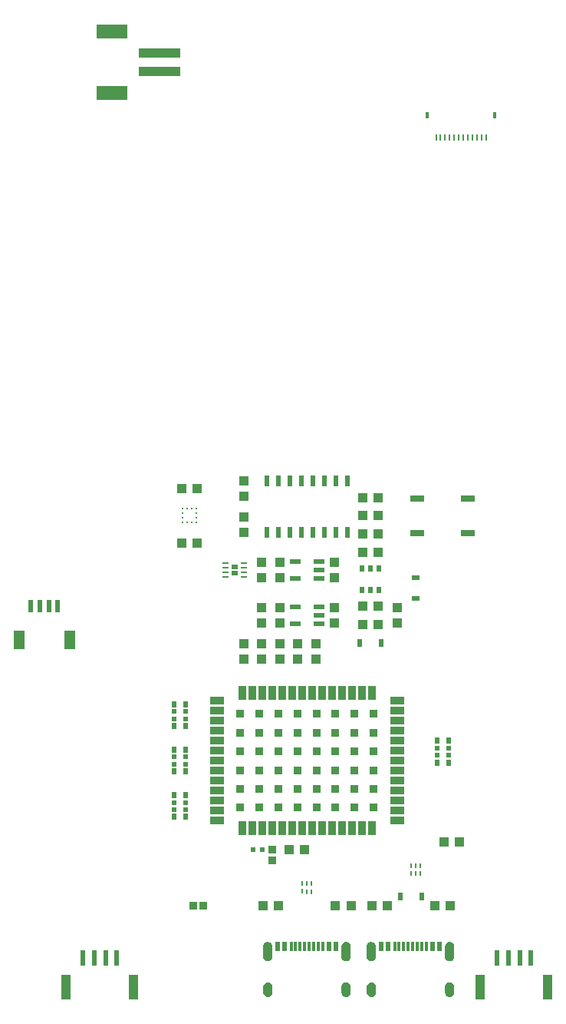
<source format=gtp>
G04 EAGLE Gerber RS-274X export*
G75*
%MOMM*%
%FSLAX34Y34*%
%LPD*%
%INSolderpaste Top*%
%IPPOS*%
%AMOC8*
5,1,8,0,0,1.08239X$1,22.5*%
G01*
%ADD10R,1.000000X1.100000*%
%ADD11R,1.200000X0.550000*%
%ADD12R,0.900000X0.850000*%
%ADD13R,1.100000X1.000000*%
%ADD14R,0.600000X0.600000*%
%ADD15R,0.850000X1.520000*%
%ADD16R,1.520000X0.850000*%
%ADD17R,0.900000X0.900000*%
%ADD18R,0.300000X1.000000*%
%ADD19R,0.600000X1.000000*%
%ADD20R,0.250000X0.610000*%
%ADD21R,0.250000X0.560000*%
%ADD22R,4.600000X1.000000*%
%ADD23R,3.400000X1.600000*%
%ADD24R,0.600000X1.700000*%
%ADD25R,1.000000X2.700000*%
%ADD26R,0.630000X0.830000*%
%ADD27R,0.637500X0.250000*%
%ADD28R,0.640000X0.500000*%
%ADD29R,1.200000X2.000000*%
%ADD30R,0.600000X1.350000*%
%ADD31R,0.600000X1.200000*%
%ADD32R,1.524000X0.762000*%
%ADD33R,0.550000X0.800000*%
%ADD34R,0.550000X0.500000*%
%ADD35R,0.830000X0.630000*%
%ADD36R,0.275000X0.250000*%
%ADD37R,0.250000X0.275000*%
%ADD38R,0.850000X0.900000*%
%ADD39R,0.400000X0.800000*%
%ADD40R,0.250000X0.650000*%

G36*
X507300Y39121D02*
X507300Y39121D01*
X507301Y39121D01*
X508369Y39140D01*
X508376Y39145D01*
X508380Y39141D01*
X509417Y39397D01*
X509422Y39404D01*
X509428Y39401D01*
X510382Y39882D01*
X510386Y39889D01*
X510391Y39888D01*
X511215Y40569D01*
X511216Y40577D01*
X511222Y40577D01*
X511873Y41424D01*
X511873Y41432D01*
X511879Y41433D01*
X512326Y42404D01*
X512324Y42412D01*
X512329Y42414D01*
X512548Y43460D01*
X512545Y43467D01*
X512549Y43470D01*
X512549Y55470D01*
X512546Y55475D01*
X512549Y55478D01*
X512369Y56573D01*
X512363Y56579D01*
X512366Y56584D01*
X511947Y57612D01*
X511940Y57616D01*
X511942Y57621D01*
X511305Y58530D01*
X511297Y58533D01*
X511297Y58538D01*
X510474Y59282D01*
X510466Y59283D01*
X510465Y59289D01*
X509497Y59831D01*
X509488Y59830D01*
X509486Y59836D01*
X508422Y60149D01*
X508417Y60147D01*
X508413Y60147D01*
X508411Y60151D01*
X507303Y60219D01*
X507297Y60215D01*
X507293Y60219D01*
X506185Y60049D01*
X506179Y60043D01*
X506174Y60046D01*
X505132Y59634D01*
X505128Y59627D01*
X505123Y59629D01*
X504198Y58995D01*
X504196Y58987D01*
X504190Y58988D01*
X503430Y58165D01*
X503429Y58156D01*
X503423Y58156D01*
X502866Y57184D01*
X502867Y57176D01*
X502861Y57174D01*
X502534Y56102D01*
X502537Y56094D01*
X502532Y56091D01*
X502451Y54974D01*
X502452Y54971D01*
X502451Y54970D01*
X502451Y42970D01*
X502456Y42963D01*
X502452Y42959D01*
X502671Y42015D01*
X502677Y42009D01*
X502675Y42004D01*
X503099Y41132D01*
X503106Y41129D01*
X503104Y41123D01*
X503711Y40367D01*
X503719Y40365D01*
X503719Y40359D01*
X504479Y39758D01*
X504488Y39758D01*
X504489Y39752D01*
X505364Y39334D01*
X505372Y39336D01*
X505374Y39331D01*
X506320Y39119D01*
X506327Y39122D01*
X506331Y39117D01*
X507300Y39121D01*
G37*
G36*
X393000Y39121D02*
X393000Y39121D01*
X393001Y39121D01*
X394069Y39140D01*
X394076Y39145D01*
X394080Y39141D01*
X395117Y39397D01*
X395122Y39404D01*
X395128Y39401D01*
X396082Y39882D01*
X396086Y39889D01*
X396091Y39888D01*
X396915Y40569D01*
X396916Y40577D01*
X396922Y40577D01*
X397573Y41424D01*
X397573Y41432D01*
X397579Y41433D01*
X398026Y42404D01*
X398024Y42412D01*
X398029Y42414D01*
X398248Y43460D01*
X398245Y43467D01*
X398249Y43470D01*
X398249Y55470D01*
X398246Y55475D01*
X398249Y55478D01*
X398069Y56573D01*
X398063Y56579D01*
X398066Y56584D01*
X397647Y57612D01*
X397640Y57616D01*
X397642Y57621D01*
X397005Y58530D01*
X396997Y58533D01*
X396997Y58538D01*
X396174Y59282D01*
X396166Y59283D01*
X396165Y59289D01*
X395197Y59831D01*
X395188Y59830D01*
X395186Y59836D01*
X394122Y60149D01*
X394117Y60147D01*
X394113Y60147D01*
X394111Y60151D01*
X393003Y60219D01*
X392997Y60215D01*
X392993Y60219D01*
X391885Y60049D01*
X391879Y60043D01*
X391874Y60046D01*
X390832Y59634D01*
X390828Y59627D01*
X390823Y59629D01*
X389898Y58995D01*
X389896Y58987D01*
X389890Y58988D01*
X389130Y58165D01*
X389129Y58156D01*
X389123Y58156D01*
X388566Y57184D01*
X388567Y57176D01*
X388561Y57174D01*
X388234Y56102D01*
X388237Y56094D01*
X388232Y56091D01*
X388151Y54974D01*
X388152Y54971D01*
X388151Y54970D01*
X388151Y42970D01*
X388156Y42963D01*
X388152Y42959D01*
X388371Y42015D01*
X388377Y42009D01*
X388375Y42004D01*
X388799Y41132D01*
X388806Y41129D01*
X388804Y41123D01*
X389411Y40367D01*
X389419Y40365D01*
X389419Y40359D01*
X390179Y39758D01*
X390188Y39758D01*
X390189Y39752D01*
X391064Y39334D01*
X391072Y39336D01*
X391074Y39331D01*
X392020Y39119D01*
X392027Y39122D01*
X392031Y39117D01*
X393000Y39121D01*
G37*
G36*
X307581Y39130D02*
X307581Y39130D01*
X307588Y39135D01*
X307592Y39131D01*
X308644Y39381D01*
X308649Y39387D01*
X308654Y39384D01*
X309624Y39861D01*
X309627Y39869D01*
X309633Y39867D01*
X310472Y40548D01*
X310474Y40556D01*
X310480Y40556D01*
X311146Y41407D01*
X311147Y41415D01*
X311152Y41416D01*
X311613Y42393D01*
X311611Y42401D01*
X311617Y42404D01*
X311848Y43459D01*
X311845Y43467D01*
X311849Y43470D01*
X311849Y55470D01*
X311845Y55475D01*
X311849Y55478D01*
X311656Y56584D01*
X311650Y56589D01*
X311653Y56594D01*
X311220Y57629D01*
X311213Y57633D01*
X311215Y57638D01*
X310562Y58551D01*
X310554Y58553D01*
X310555Y58559D01*
X309716Y59303D01*
X309707Y59304D01*
X309707Y59309D01*
X308723Y59848D01*
X308715Y59847D01*
X308713Y59852D01*
X307634Y60159D01*
X307626Y60156D01*
X307623Y60161D01*
X306503Y60219D01*
X306498Y60216D01*
X306495Y60219D01*
X305449Y60101D01*
X305443Y60095D01*
X305438Y60099D01*
X304444Y59751D01*
X304440Y59744D01*
X304435Y59746D01*
X303543Y59186D01*
X303541Y59179D01*
X303535Y59179D01*
X302791Y58435D01*
X302789Y58427D01*
X302784Y58427D01*
X302224Y57535D01*
X302224Y57527D01*
X302219Y57526D01*
X301871Y56532D01*
X301874Y56524D01*
X301869Y56521D01*
X301751Y55476D01*
X301753Y55472D01*
X301751Y55470D01*
X301751Y43470D01*
X301754Y43465D01*
X301751Y43462D01*
X301909Y42466D01*
X301915Y42460D01*
X301912Y42455D01*
X302287Y41519D01*
X302294Y41515D01*
X302292Y41509D01*
X302866Y40680D01*
X302874Y40677D01*
X302873Y40672D01*
X303617Y39991D01*
X303626Y39990D01*
X303626Y39984D01*
X304503Y39486D01*
X304512Y39487D01*
X304514Y39482D01*
X305479Y39191D01*
X305487Y39194D01*
X305490Y39189D01*
X306497Y39121D01*
X306499Y39122D01*
X306500Y39121D01*
X307581Y39130D01*
G37*
G36*
X421881Y39130D02*
X421881Y39130D01*
X421888Y39135D01*
X421892Y39131D01*
X422944Y39381D01*
X422949Y39387D01*
X422954Y39384D01*
X423924Y39861D01*
X423927Y39869D01*
X423933Y39867D01*
X424772Y40548D01*
X424774Y40556D01*
X424780Y40556D01*
X425446Y41407D01*
X425447Y41415D01*
X425452Y41416D01*
X425913Y42393D01*
X425911Y42401D01*
X425917Y42404D01*
X426148Y43459D01*
X426145Y43467D01*
X426149Y43470D01*
X426149Y55470D01*
X426145Y55475D01*
X426149Y55478D01*
X425956Y56584D01*
X425950Y56589D01*
X425953Y56594D01*
X425520Y57629D01*
X425513Y57633D01*
X425515Y57638D01*
X424862Y58551D01*
X424854Y58553D01*
X424855Y58559D01*
X424016Y59303D01*
X424007Y59304D01*
X424007Y59309D01*
X423023Y59848D01*
X423015Y59847D01*
X423013Y59852D01*
X421934Y60159D01*
X421926Y60156D01*
X421923Y60161D01*
X420803Y60219D01*
X420798Y60216D01*
X420795Y60219D01*
X419749Y60101D01*
X419743Y60095D01*
X419738Y60099D01*
X418744Y59751D01*
X418740Y59744D01*
X418735Y59746D01*
X417843Y59186D01*
X417841Y59179D01*
X417835Y59179D01*
X417091Y58435D01*
X417089Y58427D01*
X417084Y58427D01*
X416524Y57535D01*
X416524Y57527D01*
X416519Y57526D01*
X416171Y56532D01*
X416174Y56524D01*
X416169Y56521D01*
X416051Y55476D01*
X416053Y55472D01*
X416051Y55470D01*
X416051Y43470D01*
X416054Y43465D01*
X416051Y43462D01*
X416209Y42466D01*
X416215Y42460D01*
X416212Y42455D01*
X416587Y41519D01*
X416594Y41515D01*
X416592Y41509D01*
X417166Y40680D01*
X417174Y40677D01*
X417173Y40672D01*
X417917Y39991D01*
X417926Y39990D01*
X417926Y39984D01*
X418803Y39486D01*
X418812Y39487D01*
X418814Y39482D01*
X419779Y39191D01*
X419787Y39194D01*
X419790Y39189D01*
X420797Y39121D01*
X420799Y39122D01*
X420800Y39121D01*
X421881Y39130D01*
G37*
G36*
X507804Y-376D02*
X507804Y-376D01*
X507807Y-379D01*
X508883Y-224D01*
X508888Y-218D01*
X508893Y-221D01*
X509907Y169D01*
X509911Y176D01*
X509917Y175D01*
X510819Y781D01*
X510821Y789D01*
X510827Y788D01*
X511571Y1580D01*
X511572Y1588D01*
X511578Y1588D01*
X512127Y2526D01*
X512126Y2534D01*
X512132Y2536D01*
X512459Y3572D01*
X512456Y3580D01*
X512461Y3583D01*
X512549Y4666D01*
X512547Y4669D01*
X512549Y4670D01*
X512549Y10670D01*
X512546Y10674D01*
X512549Y10676D01*
X512399Y11809D01*
X512393Y11815D01*
X512396Y11820D01*
X511998Y12890D01*
X511991Y12894D01*
X511993Y12900D01*
X511366Y13855D01*
X511358Y13858D01*
X511359Y13863D01*
X510536Y14655D01*
X510528Y14656D01*
X510527Y14662D01*
X509548Y15251D01*
X509540Y15250D01*
X509538Y15255D01*
X508453Y15611D01*
X508445Y15609D01*
X508442Y15613D01*
X507305Y15719D01*
X507296Y15714D01*
X507291Y15718D01*
X506154Y15511D01*
X506148Y15505D01*
X506143Y15508D01*
X505081Y15053D01*
X505077Y15046D01*
X505071Y15048D01*
X504136Y14368D01*
X504134Y14360D01*
X504128Y14361D01*
X503368Y13490D01*
X503368Y13482D01*
X503362Y13481D01*
X502815Y12462D01*
X502816Y12454D01*
X502811Y12452D01*
X502807Y12439D01*
X502794Y12390D01*
X502793Y12390D01*
X502794Y12390D01*
X502780Y12341D01*
X502766Y12291D01*
X502753Y12242D01*
X502739Y12193D01*
X502726Y12144D01*
X502712Y12094D01*
X502699Y12045D01*
X502685Y11996D01*
X502671Y11947D01*
X502658Y11897D01*
X502644Y11848D01*
X502631Y11799D01*
X502617Y11750D01*
X502604Y11700D01*
X502590Y11651D01*
X502577Y11602D01*
X502576Y11602D01*
X502563Y11553D01*
X502549Y11503D01*
X502504Y11338D01*
X502507Y11330D01*
X502502Y11327D01*
X502451Y10172D01*
X502452Y10171D01*
X502451Y10170D01*
X502451Y4170D01*
X502455Y4164D01*
X502452Y4161D01*
X502664Y3080D01*
X502670Y3075D01*
X502667Y3070D01*
X503114Y2064D01*
X503121Y2060D01*
X503119Y2054D01*
X503779Y1173D01*
X503787Y1170D01*
X503787Y1165D01*
X504626Y452D01*
X504634Y452D01*
X504635Y446D01*
X505612Y-62D01*
X505620Y-61D01*
X505622Y-66D01*
X506687Y-344D01*
X506695Y-341D01*
X506698Y-345D01*
X507799Y-379D01*
X507804Y-376D01*
G37*
G36*
X393504Y-376D02*
X393504Y-376D01*
X393507Y-379D01*
X394583Y-224D01*
X394588Y-218D01*
X394593Y-221D01*
X395607Y169D01*
X395611Y176D01*
X395617Y175D01*
X396519Y781D01*
X396521Y789D01*
X396527Y788D01*
X397271Y1580D01*
X397272Y1588D01*
X397278Y1588D01*
X397827Y2526D01*
X397826Y2534D01*
X397832Y2536D01*
X398159Y3572D01*
X398156Y3580D01*
X398161Y3583D01*
X398249Y4666D01*
X398247Y4669D01*
X398249Y4670D01*
X398249Y10670D01*
X398246Y10674D01*
X398249Y10676D01*
X398099Y11809D01*
X398093Y11815D01*
X398096Y11820D01*
X397698Y12890D01*
X397691Y12894D01*
X397693Y12900D01*
X397066Y13855D01*
X397058Y13858D01*
X397059Y13863D01*
X396236Y14655D01*
X396228Y14656D01*
X396227Y14662D01*
X395248Y15251D01*
X395240Y15250D01*
X395238Y15255D01*
X394153Y15611D01*
X394145Y15609D01*
X394142Y15613D01*
X393005Y15719D01*
X392996Y15714D01*
X392991Y15718D01*
X391854Y15511D01*
X391848Y15505D01*
X391843Y15508D01*
X390781Y15053D01*
X390777Y15046D01*
X390771Y15048D01*
X389836Y14368D01*
X389834Y14360D01*
X389828Y14361D01*
X389068Y13490D01*
X389068Y13482D01*
X389062Y13481D01*
X388515Y12462D01*
X388516Y12454D01*
X388511Y12452D01*
X388507Y12439D01*
X388494Y12390D01*
X388493Y12390D01*
X388494Y12390D01*
X388480Y12341D01*
X388466Y12291D01*
X388453Y12242D01*
X388439Y12193D01*
X388426Y12144D01*
X388412Y12094D01*
X388399Y12045D01*
X388385Y11996D01*
X388371Y11947D01*
X388358Y11897D01*
X388344Y11848D01*
X388331Y11799D01*
X388317Y11750D01*
X388304Y11700D01*
X388290Y11651D01*
X388277Y11602D01*
X388276Y11602D01*
X388263Y11553D01*
X388249Y11503D01*
X388204Y11338D01*
X388207Y11330D01*
X388202Y11327D01*
X388151Y10172D01*
X388152Y10171D01*
X388151Y10170D01*
X388151Y4170D01*
X388155Y4164D01*
X388152Y4161D01*
X388364Y3080D01*
X388370Y3075D01*
X388367Y3070D01*
X388814Y2064D01*
X388821Y2060D01*
X388819Y2054D01*
X389479Y1173D01*
X389487Y1170D01*
X389487Y1165D01*
X390326Y452D01*
X390334Y452D01*
X390335Y446D01*
X391312Y-62D01*
X391320Y-61D01*
X391322Y-66D01*
X392387Y-344D01*
X392395Y-341D01*
X392398Y-345D01*
X393499Y-379D01*
X393504Y-376D01*
G37*
G36*
X307002Y-375D02*
X307002Y-375D01*
X307007Y-379D01*
X308094Y-234D01*
X308100Y-228D01*
X308105Y-231D01*
X309133Y153D01*
X309138Y159D01*
X309143Y158D01*
X310060Y760D01*
X310063Y768D01*
X310069Y767D01*
X310829Y1559D01*
X310830Y1567D01*
X310836Y1568D01*
X311400Y2509D01*
X311400Y2512D01*
X311401Y2513D01*
X311400Y2515D01*
X311399Y2517D01*
X311405Y2519D01*
X311746Y3562D01*
X311744Y3570D01*
X311748Y3573D01*
X311849Y4666D01*
X311847Y4668D01*
X311849Y4670D01*
X311849Y10670D01*
X311847Y10673D01*
X311849Y10675D01*
X311748Y11767D01*
X311743Y11773D01*
X311746Y11778D01*
X311405Y12821D01*
X311398Y12826D01*
X311400Y12831D01*
X310836Y13772D01*
X310828Y13775D01*
X310829Y13781D01*
X310069Y14573D01*
X310061Y14574D01*
X310060Y14580D01*
X309143Y15183D01*
X309135Y15182D01*
X309133Y15188D01*
X308105Y15571D01*
X308097Y15569D01*
X308094Y15574D01*
X307007Y15719D01*
X306999Y15715D01*
X306995Y15719D01*
X305858Y15613D01*
X305852Y15608D01*
X305847Y15611D01*
X304762Y15255D01*
X304757Y15248D01*
X304752Y15251D01*
X303773Y14662D01*
X303770Y14654D01*
X303764Y14655D01*
X302941Y13863D01*
X302940Y13855D01*
X302934Y13855D01*
X302307Y12900D01*
X302308Y12892D01*
X302302Y12890D01*
X301904Y11820D01*
X301906Y11812D01*
X301901Y11809D01*
X301751Y10676D01*
X301754Y10672D01*
X301751Y10670D01*
X301751Y4670D01*
X301754Y4666D01*
X301751Y4664D01*
X301901Y3531D01*
X301907Y3525D01*
X301904Y3520D01*
X302302Y2450D01*
X302309Y2446D01*
X302307Y2440D01*
X302934Y1485D01*
X302942Y1482D01*
X302941Y1477D01*
X303764Y685D01*
X303772Y684D01*
X303773Y678D01*
X304752Y89D01*
X304760Y90D01*
X304762Y85D01*
X305847Y-271D01*
X305855Y-269D01*
X305858Y-273D01*
X306995Y-379D01*
X307002Y-375D01*
G37*
G36*
X421302Y-375D02*
X421302Y-375D01*
X421307Y-379D01*
X422394Y-234D01*
X422400Y-228D01*
X422405Y-231D01*
X423433Y153D01*
X423438Y159D01*
X423443Y158D01*
X424360Y760D01*
X424363Y768D01*
X424369Y767D01*
X425129Y1559D01*
X425130Y1567D01*
X425136Y1568D01*
X425700Y2509D01*
X425700Y2512D01*
X425701Y2513D01*
X425700Y2515D01*
X425699Y2517D01*
X425705Y2519D01*
X426046Y3562D01*
X426044Y3570D01*
X426048Y3573D01*
X426149Y4666D01*
X426147Y4668D01*
X426149Y4670D01*
X426149Y10670D01*
X426147Y10673D01*
X426149Y10675D01*
X426048Y11767D01*
X426043Y11773D01*
X426046Y11778D01*
X425705Y12821D01*
X425698Y12826D01*
X425700Y12831D01*
X425136Y13772D01*
X425128Y13775D01*
X425129Y13781D01*
X424369Y14573D01*
X424361Y14574D01*
X424360Y14580D01*
X423443Y15183D01*
X423435Y15182D01*
X423433Y15188D01*
X422405Y15571D01*
X422397Y15569D01*
X422394Y15574D01*
X421307Y15719D01*
X421299Y15715D01*
X421295Y15719D01*
X420158Y15613D01*
X420152Y15608D01*
X420147Y15611D01*
X419062Y15255D01*
X419057Y15248D01*
X419052Y15251D01*
X418073Y14662D01*
X418070Y14654D01*
X418064Y14655D01*
X417241Y13863D01*
X417240Y13855D01*
X417234Y13855D01*
X416607Y12900D01*
X416608Y12892D01*
X416602Y12890D01*
X416204Y11820D01*
X416206Y11812D01*
X416201Y11809D01*
X416051Y10676D01*
X416054Y10672D01*
X416051Y10670D01*
X416051Y4670D01*
X416054Y4666D01*
X416051Y4664D01*
X416201Y3531D01*
X416207Y3525D01*
X416204Y3520D01*
X416602Y2450D01*
X416609Y2446D01*
X416607Y2440D01*
X417234Y1485D01*
X417242Y1482D01*
X417241Y1477D01*
X418064Y685D01*
X418072Y684D01*
X418073Y678D01*
X419052Y89D01*
X419060Y90D01*
X419062Y85D01*
X420147Y-271D01*
X420155Y-269D01*
X420158Y-273D01*
X421295Y-379D01*
X421302Y-375D01*
G37*
D10*
X320000Y411500D03*
X320000Y428500D03*
X300000Y428500D03*
X300000Y411500D03*
D11*
X363001Y410500D03*
X363001Y420000D03*
X363001Y429500D03*
X336999Y429500D03*
X336999Y410500D03*
D10*
X380000Y411500D03*
X380000Y428500D03*
X280000Y388500D03*
X280000Y371500D03*
X300000Y388500D03*
X300000Y371500D03*
D12*
X311900Y161660D03*
X311900Y150060D03*
D13*
X330070Y162210D03*
X347070Y162210D03*
D10*
X340000Y388500D03*
X340000Y371500D03*
D14*
X290390Y162210D03*
X300390Y162210D03*
D15*
X278500Y185500D03*
X289500Y185500D03*
X300500Y185500D03*
X311500Y185500D03*
X322500Y185500D03*
X333500Y185500D03*
X344500Y185500D03*
X355500Y185500D03*
X366500Y185500D03*
X377500Y185500D03*
X388500Y185500D03*
X399500Y185500D03*
X410500Y185500D03*
X421500Y185500D03*
D16*
X449500Y194000D03*
X449500Y205000D03*
X449500Y216000D03*
X449500Y227000D03*
X449500Y238000D03*
X449500Y249000D03*
X449500Y260000D03*
X449500Y271000D03*
X449500Y282000D03*
X449500Y293000D03*
X449500Y304000D03*
X449500Y315000D03*
X449500Y326000D03*
D15*
X421500Y334500D03*
X410500Y334500D03*
X399500Y334500D03*
X388500Y334500D03*
X377500Y334500D03*
X366500Y334500D03*
X355500Y334500D03*
X344500Y334500D03*
X333500Y334500D03*
X322500Y334500D03*
X311500Y334500D03*
X300500Y334500D03*
X289500Y334500D03*
X278500Y334500D03*
D16*
X250500Y326000D03*
X250500Y315000D03*
X250500Y304000D03*
X250500Y293000D03*
X250500Y282000D03*
X250500Y271000D03*
X250500Y260000D03*
X250500Y249000D03*
X250500Y238000D03*
X250500Y227000D03*
X250500Y216000D03*
X250500Y205000D03*
X250500Y194000D03*
D17*
X339500Y270500D03*
X318500Y270500D03*
X297500Y270500D03*
X276500Y270500D03*
X339500Y291000D03*
X318500Y291000D03*
X297500Y291000D03*
X276500Y291000D03*
X339500Y311500D03*
X318500Y311500D03*
X297500Y311500D03*
X276500Y311500D03*
X339500Y208500D03*
X318500Y208500D03*
X297500Y208500D03*
X276500Y208500D03*
X339500Y229000D03*
X318500Y229000D03*
X297500Y229000D03*
X276500Y229000D03*
X339500Y249500D03*
X318500Y249500D03*
X297500Y249500D03*
X276500Y249500D03*
X423500Y270500D03*
X402500Y270500D03*
X381500Y270500D03*
X360500Y270500D03*
X423500Y291000D03*
X402500Y291000D03*
X381500Y291000D03*
X360500Y291000D03*
X423500Y311500D03*
X402500Y311500D03*
X381500Y311500D03*
X360500Y311500D03*
X423500Y208500D03*
X402500Y208500D03*
X381500Y208500D03*
X360500Y208500D03*
X423500Y229000D03*
X402500Y229000D03*
X381500Y229000D03*
X360500Y229000D03*
X423500Y249500D03*
X402500Y249500D03*
X381500Y249500D03*
X360500Y249500D03*
D13*
X398500Y100000D03*
X381500Y100000D03*
X301500Y100000D03*
X318500Y100000D03*
D18*
X357500Y55270D03*
X352500Y55270D03*
D19*
X382250Y55270D03*
X374500Y55270D03*
D18*
X367500Y55270D03*
X362500Y55270D03*
X342500Y55270D03*
X347500Y55270D03*
D19*
X317750Y55270D03*
X325500Y55270D03*
D18*
X332500Y55270D03*
X337500Y55270D03*
D10*
X360000Y371500D03*
X360000Y388500D03*
X320000Y388500D03*
X320000Y371500D03*
D20*
X345000Y115950D03*
D21*
X350000Y115700D03*
X355000Y115700D03*
X355000Y124300D03*
X350000Y124300D03*
X345000Y124300D03*
D22*
X187000Y1020000D03*
X187000Y1040000D03*
D23*
X135000Y996000D03*
X135000Y1064000D03*
D18*
X471800Y55270D03*
X466800Y55270D03*
D19*
X496550Y55270D03*
X488800Y55270D03*
D18*
X481800Y55270D03*
X476800Y55270D03*
X456800Y55270D03*
X461800Y55270D03*
D19*
X432050Y55270D03*
X439800Y55270D03*
D18*
X446800Y55270D03*
X451800Y55270D03*
D13*
X508500Y100000D03*
X491500Y100000D03*
X421500Y100000D03*
X438500Y100000D03*
D24*
X102650Y42140D03*
D25*
X158650Y10140D03*
X84150Y10140D03*
D24*
X115150Y42140D03*
X127650Y42140D03*
X140150Y42140D03*
X559850Y42140D03*
D25*
X615850Y10140D03*
X541350Y10140D03*
D24*
X572350Y42140D03*
X584850Y42140D03*
X597350Y42140D03*
D13*
X518500Y170000D03*
X501500Y170000D03*
D26*
X476500Y110000D03*
X453500Y110000D03*
D27*
X280188Y462500D03*
X259813Y467500D03*
X259813Y462500D03*
X259813Y472500D03*
X259813Y477500D03*
X280188Y467500D03*
X280188Y472500D03*
X280188Y477500D03*
D28*
X270000Y473400D03*
X270000Y466600D03*
D10*
X300000Y461500D03*
X300000Y478500D03*
D11*
X363001Y460500D03*
X363001Y470000D03*
X363001Y479500D03*
X336999Y479500D03*
X336999Y460500D03*
D10*
X380000Y461500D03*
X380000Y478500D03*
X320000Y461500D03*
X320000Y478500D03*
D20*
X465000Y135950D03*
D21*
X470000Y135700D03*
X475000Y135700D03*
X475000Y144300D03*
X470000Y144300D03*
X465000Y144300D03*
D29*
X32000Y393250D03*
X88000Y393250D03*
D30*
X45000Y430000D03*
X55000Y430000D03*
X65000Y430000D03*
X75000Y430000D03*
D31*
X305550Y512000D03*
X318250Y512000D03*
X330950Y512000D03*
X343650Y512000D03*
X356350Y512000D03*
X369050Y512000D03*
X381750Y512000D03*
X394450Y512000D03*
X394450Y568000D03*
X381750Y568000D03*
X369050Y568000D03*
X356350Y568000D03*
X343650Y568000D03*
X330950Y568000D03*
X318250Y568000D03*
X305550Y568000D03*
D10*
X280000Y568500D03*
X280000Y551500D03*
X280000Y511500D03*
X280000Y528500D03*
D32*
X472060Y549050D03*
X527940Y549050D03*
X472060Y510950D03*
X527940Y510950D03*
D33*
X493800Y282000D03*
D34*
X493800Y274000D03*
X493800Y266000D03*
D33*
X493800Y258000D03*
X506800Y258000D03*
D34*
X506800Y266000D03*
X506800Y274000D03*
D33*
X506800Y282000D03*
X216200Y298000D03*
D34*
X216200Y306000D03*
X216200Y314000D03*
D33*
X216200Y322000D03*
X203200Y322000D03*
D34*
X203200Y314000D03*
X203200Y306000D03*
D33*
X203200Y298000D03*
X216200Y248000D03*
D34*
X216200Y256000D03*
X216200Y264000D03*
D33*
X216200Y272000D03*
X203200Y272000D03*
D34*
X203200Y264000D03*
X203200Y256000D03*
D33*
X203200Y248000D03*
X216200Y198000D03*
D34*
X216200Y206000D03*
X216200Y214000D03*
D33*
X216200Y222000D03*
X203200Y222000D03*
D34*
X203200Y214000D03*
X203200Y206000D03*
D33*
X203200Y198000D03*
X429500Y472000D03*
X420000Y472000D03*
X410500Y472000D03*
X410500Y448000D03*
X429500Y448000D03*
X420000Y448000D03*
D13*
X411500Y430000D03*
X428500Y430000D03*
X428500Y410000D03*
X411500Y410000D03*
D10*
X450000Y428500D03*
X450000Y411500D03*
D26*
X408500Y390000D03*
X431500Y390000D03*
D13*
X411500Y490000D03*
X428500Y490000D03*
X428500Y550000D03*
X411500Y550000D03*
X411500Y510000D03*
X428500Y510000D03*
X428500Y530000D03*
X411500Y530000D03*
D35*
X470000Y461500D03*
X470000Y438500D03*
D36*
X227500Y527500D03*
X227500Y532500D03*
X212500Y532500D03*
X212500Y527500D03*
D37*
X212500Y522500D03*
X217500Y522500D03*
X227500Y522500D03*
X222500Y522500D03*
X227500Y537500D03*
X222500Y537500D03*
X217500Y537500D03*
X212500Y537500D03*
D13*
X228500Y560000D03*
X211500Y560000D03*
X211500Y500000D03*
X228500Y500000D03*
D38*
X235800Y100000D03*
X224200Y100000D03*
D39*
X557500Y971500D03*
D40*
X547500Y946500D03*
X542500Y946500D03*
D39*
X482500Y971500D03*
D40*
X537500Y946500D03*
X532500Y946500D03*
X527500Y946500D03*
X522500Y946500D03*
X517500Y946500D03*
X512500Y946500D03*
X507500Y946500D03*
X502500Y946500D03*
X497500Y946500D03*
X492500Y946500D03*
M02*

</source>
